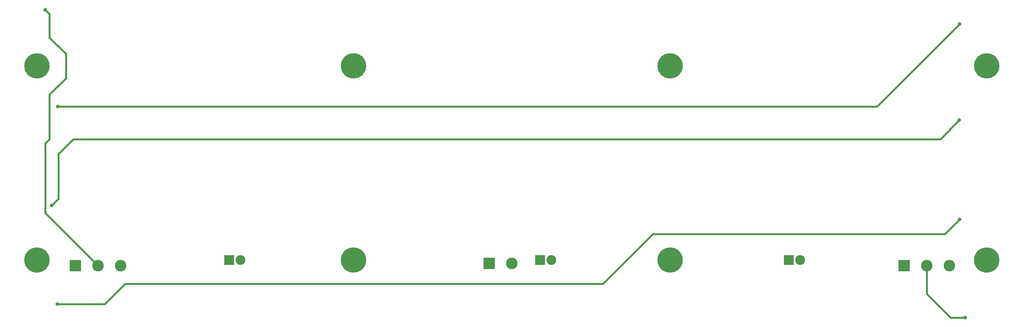
<source format=gbr>
%TF.GenerationSoftware,KiCad,Pcbnew,(5.1.10)-1*%
%TF.CreationDate,2021-06-03T19:49:57-05:00*%
%TF.ProjectId,step_led_panel,73746570-5f6c-4656-945f-70616e656c2e,rev?*%
%TF.SameCoordinates,Original*%
%TF.FileFunction,Copper,L2,Bot*%
%TF.FilePolarity,Positive*%
%FSLAX46Y46*%
G04 Gerber Fmt 4.6, Leading zero omitted, Abs format (unit mm)*
G04 Created by KiCad (PCBNEW (5.1.10)-1) date 2021-06-03 19:49:57*
%MOMM*%
%LPD*%
G01*
G04 APERTURE LIST*
%TA.AperFunction,ComponentPad*%
%ADD10C,5.700000*%
%TD*%
%TA.AperFunction,ComponentPad*%
%ADD11C,2.200000*%
%TD*%
%TA.AperFunction,ComponentPad*%
%ADD12R,2.200000X2.200000*%
%TD*%
%TA.AperFunction,ComponentPad*%
%ADD13C,2.600000*%
%TD*%
%TA.AperFunction,ComponentPad*%
%ADD14R,2.600000X2.600000*%
%TD*%
%TA.AperFunction,ViaPad*%
%ADD15C,0.800000*%
%TD*%
%TA.AperFunction,Conductor*%
%ADD16C,0.400000*%
%TD*%
G04 APERTURE END LIST*
D10*
%TO.P,H8,1*%
%TO.N,N/C*%
X220980000Y-59690000D03*
%TD*%
%TO.P,H7,1*%
%TO.N,N/C*%
X220980000Y-16002000D03*
%TD*%
%TO.P,H6,1*%
%TO.N,N/C*%
X149860000Y-59690000D03*
%TD*%
%TO.P,H5,1*%
%TO.N,N/C*%
X149860000Y-16002000D03*
%TD*%
%TO.P,H4,1*%
%TO.N,N/C*%
X78740000Y-59690000D03*
%TD*%
%TO.P,H3,1*%
%TO.N,N/C*%
X78740000Y-16002000D03*
%TD*%
%TO.P,H2,1*%
%TO.N,N/C*%
X7620000Y-59690000D03*
%TD*%
%TO.P,H1,1*%
%TO.N,N/C*%
X7620000Y-16002000D03*
%TD*%
D11*
%TO.P,FSR2,2*%
%TO.N,Net-(FSR1-Pad2)*%
X123190000Y-59690000D03*
D12*
%TO.P,FSR2,1*%
%TO.N,Net-(FSR1-Pad1)*%
X120650000Y-59690000D03*
%TD*%
D13*
%TO.P,J3,2*%
%TO.N,Net-(FSR1-Pad2)*%
X114300000Y-60452000D03*
D14*
%TO.P,J3,1*%
%TO.N,Net-(FSR1-Pad1)*%
X109220000Y-60452000D03*
%TD*%
D11*
%TO.P,FSR3,2*%
%TO.N,Net-(FSR1-Pad2)*%
X179070000Y-59690000D03*
D12*
%TO.P,FSR3,1*%
%TO.N,Net-(FSR1-Pad1)*%
X176530000Y-59690000D03*
%TD*%
D11*
%TO.P,FSR1,2*%
%TO.N,Net-(FSR1-Pad2)*%
X53340000Y-59690000D03*
D12*
%TO.P,FSR1,1*%
%TO.N,Net-(FSR1-Pad1)*%
X50800000Y-59690000D03*
%TD*%
D13*
%TO.P,J2,3*%
%TO.N,GND*%
X212598000Y-60960000D03*
%TO.P,J2,2*%
%TO.N,/D_OUT*%
X207518000Y-60960000D03*
D14*
%TO.P,J2,1*%
%TO.N,+5V*%
X202438000Y-60960000D03*
%TD*%
D13*
%TO.P,J1,3*%
%TO.N,GND*%
X26416000Y-60960000D03*
%TO.P,J1,2*%
%TO.N,/D_IN*%
X21336000Y-60960000D03*
D14*
%TO.P,J1,1*%
%TO.N,+5V*%
X16256000Y-60960000D03*
%TD*%
D15*
%TO.N,/D_IN*%
X9475999Y-3379999D03*
%TO.N,/D_OUT*%
X216154000Y-72644000D03*
%TO.N,Net-(LED8-Pad2)*%
X214884000Y-6604000D03*
X12230010Y-25146000D03*
%TO.N,Net-(LED16-Pad2)*%
X214808000Y-28270000D03*
X10922000Y-47406665D03*
%TO.N,Net-(LED24-Pad2)*%
X214884000Y-50546000D03*
X12192000Y-69596000D03*
%TD*%
D16*
%TO.N,/D_IN*%
X10414000Y-9652000D02*
X10414000Y-4318000D01*
X14097000Y-13335000D02*
X10414000Y-9652000D01*
X14097000Y-18796000D02*
X14097000Y-13335000D01*
X10414000Y-4318000D02*
X9475999Y-3379999D01*
X10414000Y-32512000D02*
X10414000Y-22479000D01*
X9475999Y-33450001D02*
X10414000Y-32512000D01*
X10414000Y-22479000D02*
X14097000Y-18796000D01*
X21336000Y-60960000D02*
X10491999Y-50115999D01*
X10491999Y-50115999D02*
X9475999Y-49099999D01*
X9475999Y-49099999D02*
X9475999Y-33450001D01*
%TO.N,/D_OUT*%
X207518000Y-67310000D02*
X207518000Y-60960000D01*
X212852000Y-72644000D02*
X207518000Y-67310000D01*
X216154000Y-72644000D02*
X212852000Y-72644000D01*
%TO.N,Net-(LED8-Pad2)*%
X214884000Y-6604000D02*
X196342000Y-25146000D01*
X196342000Y-25146000D02*
X12230010Y-25146000D01*
%TO.N,Net-(LED16-Pad2)*%
X12446000Y-45882665D02*
X10922000Y-47406665D01*
X12446000Y-35814000D02*
X12446000Y-45882665D01*
X15748000Y-32512000D02*
X12446000Y-35814000D01*
X210566000Y-32512000D02*
X15748000Y-32512000D01*
X214808000Y-28270000D02*
X210566000Y-32512000D01*
%TO.N,Net-(LED24-Pad2)*%
X211582000Y-53848000D02*
X214884000Y-50546000D01*
X12192000Y-69596000D02*
X22860000Y-69596000D01*
X22860000Y-69596000D02*
X27432000Y-65024000D01*
X27432000Y-65024000D02*
X134747000Y-65024000D01*
X145923000Y-53848000D02*
X211582000Y-53848000D01*
X134747000Y-65024000D02*
X145923000Y-53848000D01*
%TD*%
M02*

</source>
